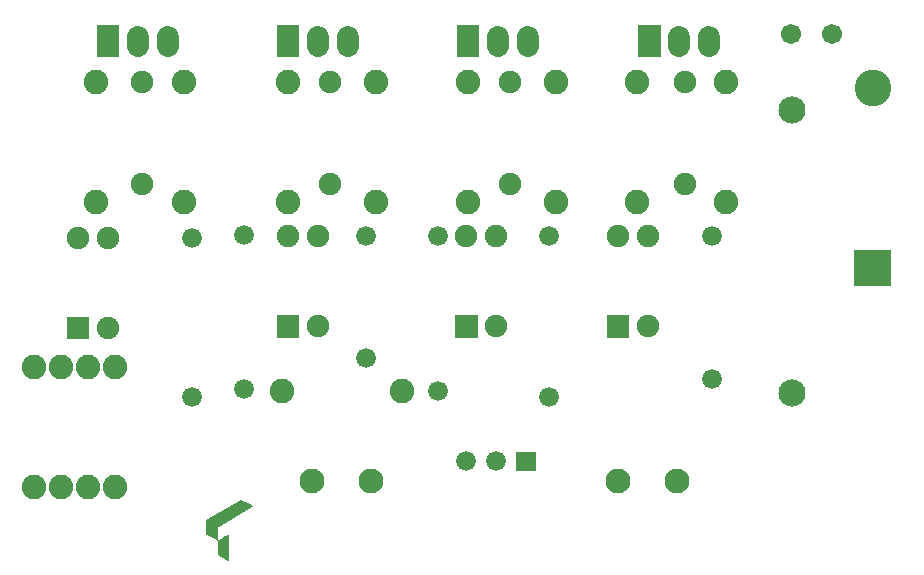
<source format=gts>
G04 Layer: TopSolderMaskLayer*
G04 EasyEDA v6.4.32, 2022-03-02 21:26:25*
G04 a14d7df274ef46f18a143bcdf5e9aa52,ed70181f279245e6aff80281ee7dc86a,10*
G04 Gerber Generator version 0.2*
G04 Scale: 100 percent, Rotated: No, Reflected: No *
G04 Dimensions in millimeters *
G04 leading zeros omitted , absolute positions ,4 integer and 5 decimal *
%FSLAX45Y45*%
%MOMM*%

%ADD31C,1.9016*%
%ADD32C,2.0828*%
%ADD33C,1.7016*%
%ADD35C,3.1016*%
%ADD36C,2.3016*%
%ADD37C,1.6764*%
%ADD39C,2.1016*%

%LPD*%
G36*
X3326231Y1099210D02*
G01*
X3025800Y925576D01*
X3025800Y806145D01*
X3034944Y801522D01*
X3054146Y790956D01*
X3069742Y781964D01*
X3119170Y754380D01*
X3125825Y750265D01*
X3126384Y749096D01*
X3126892Y746506D01*
X3127603Y736244D01*
X3127959Y717854D01*
X3128060Y630986D01*
X3200501Y589076D01*
X3221939Y577189D01*
X3222294Y583031D01*
X3222853Y624027D01*
X3223006Y721715D01*
X3222853Y755497D01*
X3222498Y781050D01*
X3222040Y797763D01*
X3221482Y805180D01*
X3221278Y805484D01*
X3217113Y803402D01*
X3192678Y789279D01*
X3130550Y752500D01*
X3130296Y756920D01*
X3129940Y786638D01*
X3129889Y864006D01*
X3152190Y877773D01*
X3378200Y1013764D01*
X3418027Y1038199D01*
X3425799Y1043279D01*
X3422599Y1045514D01*
X3400958Y1058062D01*
G37*
D31*
X7035800Y5018882D02*
G01*
X7035800Y4938882D01*
X7289800Y5017891D02*
G01*
X7289800Y4937892D01*
X3975100Y5018882D02*
G01*
X3975100Y4938882D01*
X4229100Y5017891D02*
G01*
X4229100Y4937892D01*
X5499100Y5018882D02*
G01*
X5499100Y4938882D01*
X5753100Y5017891D02*
G01*
X5753100Y4937892D01*
X2451100Y5018882D02*
G01*
X2451100Y4938882D01*
X2705100Y5017891D02*
G01*
X2705100Y4937892D01*
D32*
G01*
X1574800Y1206500D03*
G01*
X1574800Y2222500D03*
G01*
X1803400Y1206500D03*
G01*
X1803400Y2222500D03*
G01*
X3721100Y3619500D03*
G01*
X3721100Y4635500D03*
G01*
X2095500Y4635500D03*
G01*
X2095500Y3619500D03*
G01*
X2844800Y4635500D03*
G01*
X2844800Y3619500D03*
G01*
X4470400Y4635500D03*
G01*
X4470400Y3619500D03*
G01*
X2032000Y1206500D03*
G01*
X2032000Y2222500D03*
G01*
X5994400Y3619500D03*
G01*
X5994400Y4635500D03*
G01*
X5245100Y3619500D03*
G01*
X5245100Y4635500D03*
G01*
X2260600Y2222500D03*
G01*
X2260600Y1206500D03*
G01*
X7429500Y4635500D03*
G01*
X7429500Y3619500D03*
G01*
X6680200Y3619500D03*
G01*
X6680200Y4635500D03*
G01*
X3670300Y2019300D03*
G01*
X4686300Y2019300D03*
D33*
G01*
X8328406Y5041900D03*
G01*
X7978393Y5041900D03*
D31*
G01*
X7086600Y3768699D03*
G01*
X7086600Y4638700D03*
G01*
X4076700Y4638700D03*
G01*
X4076700Y3768699D03*
G01*
X5600700Y4638700D03*
G01*
X5600700Y3768699D03*
G01*
X2489200Y3768699D03*
G01*
X2489200Y4638700D03*
G36*
X8518906Y2905505D02*
G01*
X8518906Y3215894D01*
X8829293Y3215894D01*
X8829293Y2905505D01*
G37*
D35*
G01*
X8674100Y4584700D03*
D36*
G01*
X7988300Y2000402D03*
G01*
X7988300Y4400397D03*
D37*
G01*
X5232400Y1422400D03*
G01*
X5486400Y1422400D03*
G36*
X5656579Y1338579D02*
G01*
X5656579Y1506220D01*
X5824220Y1506220D01*
X5824220Y1338579D01*
G37*
D39*
G01*
X4428743Y1257300D03*
G01*
X3927856Y1257300D03*
G01*
X7019543Y1257300D03*
G01*
X6518656Y1257300D03*
G36*
X6686804Y4843779D02*
G01*
X6686804Y5114036D01*
X6876795Y5114036D01*
X6876795Y4843779D01*
G37*
G36*
X3626104Y4843779D02*
G01*
X3626104Y5114036D01*
X3816095Y5114036D01*
X3816095Y4843779D01*
G37*
G36*
X5150104Y4843779D02*
G01*
X5150104Y5114036D01*
X5340095Y5114036D01*
X5340095Y4843779D01*
G37*
G36*
X2102104Y4843779D02*
G01*
X2102104Y5114036D01*
X2292095Y5114036D01*
X2292095Y4843779D01*
G37*
D31*
G01*
X6769608Y2565400D03*
G01*
X6768591Y3327400D03*
G01*
X6514591Y3327400D03*
G36*
X6420611Y2470404D02*
G01*
X6420611Y2660395D01*
X6610604Y2660395D01*
X6610604Y2470404D01*
G37*
G01*
X3975608Y2565400D03*
G01*
X3974591Y3327400D03*
G01*
X3720591Y3327400D03*
G36*
X3626611Y2470404D02*
G01*
X3626611Y2660395D01*
X3816604Y2660395D01*
X3816604Y2470404D01*
G37*
G01*
X5486908Y2565400D03*
G01*
X5485891Y3327400D03*
G01*
X5231891Y3327400D03*
G36*
X5137911Y2470404D02*
G01*
X5137911Y2660395D01*
X5327904Y2660395D01*
X5327904Y2470404D01*
G37*
G01*
X2197608Y2552700D03*
G01*
X2196591Y3314700D03*
G01*
X1942591Y3314700D03*
G36*
X1848612Y2457704D02*
G01*
X1848612Y2647695D01*
X2038604Y2647695D01*
X2038604Y2457704D01*
G37*
D37*
G01*
X3352800Y3340100D03*
G01*
X4991100Y3327400D03*
G01*
X4991100Y2019300D03*
G01*
X3352800Y2032000D03*
G01*
X2908300Y3314700D03*
G01*
X2908300Y1968500D03*
G01*
X4381500Y3327400D03*
G01*
X5930900Y3327400D03*
G01*
X5930900Y1968500D03*
G01*
X7315200Y3327400D03*
G01*
X7315200Y2120900D03*
G01*
X4381500Y2298700D03*
M02*

</source>
